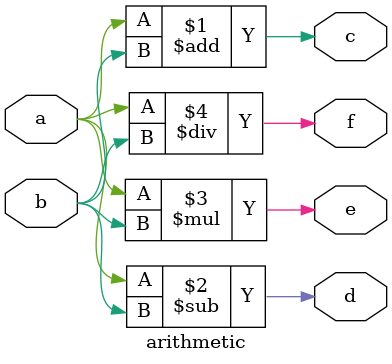
<source format=v>
module arithmetic (input a,b,output c,d,e,f);
assign c=a+b;
assign d=a-b;
assign e=a*b;
assign f=a/b;
endmodule

</source>
